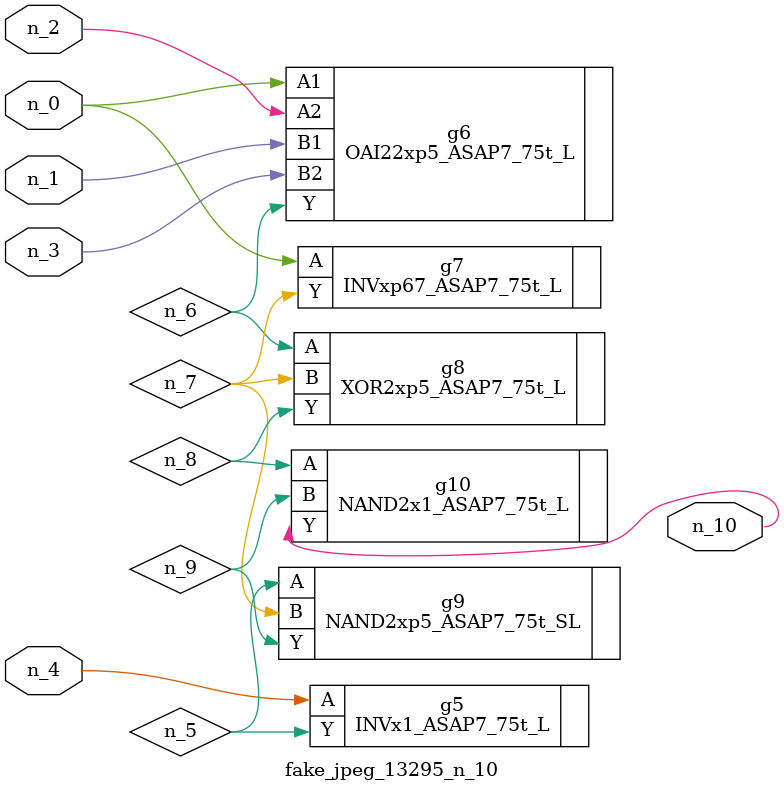
<source format=v>
module fake_jpeg_13295_n_10 (n_3, n_2, n_1, n_0, n_4, n_10);

input n_3;
input n_2;
input n_1;
input n_0;
input n_4;

output n_10;

wire n_8;
wire n_9;
wire n_6;
wire n_5;
wire n_7;

INVx1_ASAP7_75t_L g5 ( 
.A(n_4),
.Y(n_5)
);

OAI22xp5_ASAP7_75t_L g6 ( 
.A1(n_0),
.A2(n_2),
.B1(n_1),
.B2(n_3),
.Y(n_6)
);

INVxp67_ASAP7_75t_L g7 ( 
.A(n_0),
.Y(n_7)
);

XOR2xp5_ASAP7_75t_L g8 ( 
.A(n_6),
.B(n_7),
.Y(n_8)
);

NAND2x1_ASAP7_75t_L g10 ( 
.A(n_8),
.B(n_9),
.Y(n_10)
);

NAND2xp5_ASAP7_75t_SL g9 ( 
.A(n_5),
.B(n_7),
.Y(n_9)
);


endmodule
</source>
